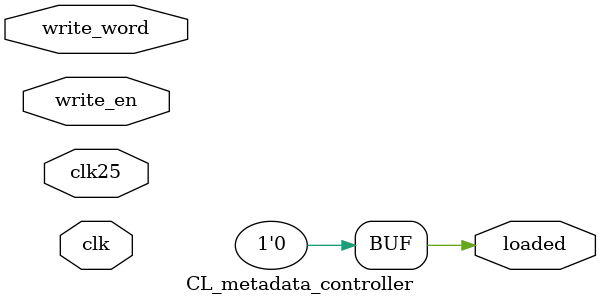
<source format=v>
module CL_metadata_controller(
    input clk, //100mhz clk
    input clk25, //25mhz clk
    input write_en, //signals a new word to be written
    input [31:0] write_word, //word to be written    
    
    output reg loaded
    
    );
    
    initial loaded = 0;
    
    
    //2^12 = 4096 words 
    mybram #(.LOGSIZE(12),.WIDTH(32)) //WORD:= 3 system bits (0b000 for note, 0b111 for end of data), 6'b for pitch, 3'b for string, 4'b for fret, 16'b for time
    memory(.addr(),.clk(clk),.we(),.din(),.dout());

    
    
    
endmodule
</source>
